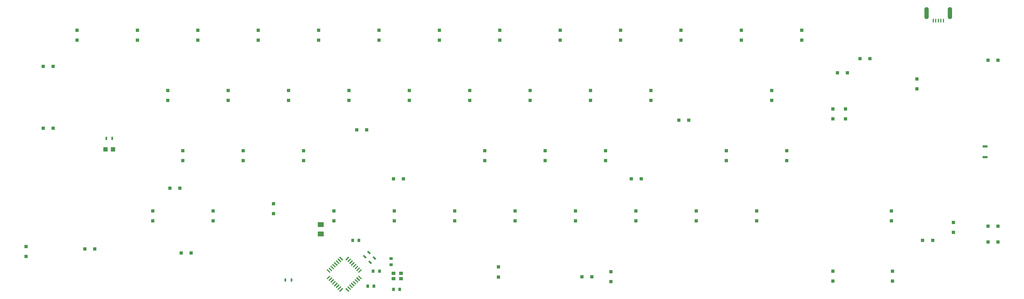
<source format=gbp>
G04 #@! TF.FileFunction,Paste,Bot*
%FSLAX46Y46*%
G04 Gerber Fmt 4.6, Leading zero omitted, Abs format (unit mm)*
G04 Created by KiCad (PCBNEW 4.0.6) date 07/11/19 02:34:24*
%MOMM*%
%LPD*%
G01*
G04 APERTURE LIST*
%ADD10C,0.100000*%
%ADD11R,1.440000X1.440000*%
%ADD12R,1.840000X1.640000*%
%ADD13R,1.240000X1.040000*%
%ADD14R,0.840000X1.090000*%
%ADD15R,1.090000X0.840000*%
%ADD16R,0.540000X1.140000*%
%ADD17R,0.340000X1.240000*%
%ADD18O,1.340000X3.840000*%
%ADD19R,1.540000X0.740000*%
%ADD20R,1.040000X1.040000*%
G04 APERTURE END LIST*
D10*
D11*
X56550000Y-74250000D03*
X58950000Y-74250000D03*
D10*
G36*
X137448894Y-115013325D02*
X137173123Y-115289096D01*
X136225600Y-114341573D01*
X136501371Y-114065802D01*
X137448894Y-115013325D01*
X137448894Y-115013325D01*
G37*
G36*
X136883209Y-115579011D02*
X136607438Y-115854782D01*
X135659915Y-114907259D01*
X135935686Y-114631488D01*
X136883209Y-115579011D01*
X136883209Y-115579011D01*
G37*
G36*
X136317524Y-116144696D02*
X136041753Y-116420467D01*
X135094230Y-115472944D01*
X135370001Y-115197173D01*
X136317524Y-116144696D01*
X136317524Y-116144696D01*
G37*
G36*
X135751838Y-116710382D02*
X135476067Y-116986153D01*
X134528544Y-116038630D01*
X134804315Y-115762859D01*
X135751838Y-116710382D01*
X135751838Y-116710382D01*
G37*
G36*
X135186153Y-117276067D02*
X134910382Y-117551838D01*
X133962859Y-116604315D01*
X134238630Y-116328544D01*
X135186153Y-117276067D01*
X135186153Y-117276067D01*
G37*
G36*
X134620467Y-117841753D02*
X134344696Y-118117524D01*
X133397173Y-117170001D01*
X133672944Y-116894230D01*
X134620467Y-117841753D01*
X134620467Y-117841753D01*
G37*
G36*
X134054782Y-118407438D02*
X133779011Y-118683209D01*
X132831488Y-117735686D01*
X133107259Y-117459915D01*
X134054782Y-118407438D01*
X134054782Y-118407438D01*
G37*
G36*
X133489096Y-118973123D02*
X133213325Y-119248894D01*
X132265802Y-118301371D01*
X132541573Y-118025600D01*
X133489096Y-118973123D01*
X133489096Y-118973123D01*
G37*
G36*
X131509198Y-118301371D02*
X130561675Y-119248894D01*
X130285904Y-118973123D01*
X131233427Y-118025600D01*
X131509198Y-118301371D01*
X131509198Y-118301371D01*
G37*
G36*
X130943512Y-117735686D02*
X129995989Y-118683209D01*
X129720218Y-118407438D01*
X130667741Y-117459915D01*
X130943512Y-117735686D01*
X130943512Y-117735686D01*
G37*
G36*
X130377827Y-117170001D02*
X129430304Y-118117524D01*
X129154533Y-117841753D01*
X130102056Y-116894230D01*
X130377827Y-117170001D01*
X130377827Y-117170001D01*
G37*
G36*
X129812141Y-116604315D02*
X128864618Y-117551838D01*
X128588847Y-117276067D01*
X129536370Y-116328544D01*
X129812141Y-116604315D01*
X129812141Y-116604315D01*
G37*
G36*
X129246456Y-116038630D02*
X128298933Y-116986153D01*
X128023162Y-116710382D01*
X128970685Y-115762859D01*
X129246456Y-116038630D01*
X129246456Y-116038630D01*
G37*
G36*
X128680770Y-115472944D02*
X127733247Y-116420467D01*
X127457476Y-116144696D01*
X128404999Y-115197173D01*
X128680770Y-115472944D01*
X128680770Y-115472944D01*
G37*
G36*
X128115085Y-114907259D02*
X127167562Y-115854782D01*
X126891791Y-115579011D01*
X127839314Y-114631488D01*
X128115085Y-114907259D01*
X128115085Y-114907259D01*
G37*
G36*
X127549400Y-114341573D02*
X126601877Y-115289096D01*
X126326106Y-115013325D01*
X127273629Y-114065802D01*
X127549400Y-114341573D01*
X127549400Y-114341573D01*
G37*
G36*
X127549400Y-113033427D02*
X127273629Y-113309198D01*
X126326106Y-112361675D01*
X126601877Y-112085904D01*
X127549400Y-113033427D01*
X127549400Y-113033427D01*
G37*
G36*
X128115085Y-112467741D02*
X127839314Y-112743512D01*
X126891791Y-111795989D01*
X127167562Y-111520218D01*
X128115085Y-112467741D01*
X128115085Y-112467741D01*
G37*
G36*
X128680770Y-111902056D02*
X128404999Y-112177827D01*
X127457476Y-111230304D01*
X127733247Y-110954533D01*
X128680770Y-111902056D01*
X128680770Y-111902056D01*
G37*
G36*
X129246456Y-111336370D02*
X128970685Y-111612141D01*
X128023162Y-110664618D01*
X128298933Y-110388847D01*
X129246456Y-111336370D01*
X129246456Y-111336370D01*
G37*
G36*
X129812141Y-110770685D02*
X129536370Y-111046456D01*
X128588847Y-110098933D01*
X128864618Y-109823162D01*
X129812141Y-110770685D01*
X129812141Y-110770685D01*
G37*
G36*
X130377827Y-110204999D02*
X130102056Y-110480770D01*
X129154533Y-109533247D01*
X129430304Y-109257476D01*
X130377827Y-110204999D01*
X130377827Y-110204999D01*
G37*
G36*
X130943512Y-109639314D02*
X130667741Y-109915085D01*
X129720218Y-108967562D01*
X129995989Y-108691791D01*
X130943512Y-109639314D01*
X130943512Y-109639314D01*
G37*
G36*
X131509198Y-109073629D02*
X131233427Y-109349400D01*
X130285904Y-108401877D01*
X130561675Y-108126106D01*
X131509198Y-109073629D01*
X131509198Y-109073629D01*
G37*
G36*
X133489096Y-108401877D02*
X132541573Y-109349400D01*
X132265802Y-109073629D01*
X133213325Y-108126106D01*
X133489096Y-108401877D01*
X133489096Y-108401877D01*
G37*
G36*
X134054782Y-108967562D02*
X133107259Y-109915085D01*
X132831488Y-109639314D01*
X133779011Y-108691791D01*
X134054782Y-108967562D01*
X134054782Y-108967562D01*
G37*
G36*
X134620467Y-109533247D02*
X133672944Y-110480770D01*
X133397173Y-110204999D01*
X134344696Y-109257476D01*
X134620467Y-109533247D01*
X134620467Y-109533247D01*
G37*
G36*
X135186153Y-110098933D02*
X134238630Y-111046456D01*
X133962859Y-110770685D01*
X134910382Y-109823162D01*
X135186153Y-110098933D01*
X135186153Y-110098933D01*
G37*
G36*
X135751838Y-110664618D02*
X134804315Y-111612141D01*
X134528544Y-111336370D01*
X135476067Y-110388847D01*
X135751838Y-110664618D01*
X135751838Y-110664618D01*
G37*
G36*
X136317524Y-111230304D02*
X135370001Y-112177827D01*
X135094230Y-111902056D01*
X136041753Y-110954533D01*
X136317524Y-111230304D01*
X136317524Y-111230304D01*
G37*
G36*
X136883209Y-111795989D02*
X135935686Y-112743512D01*
X135659915Y-112467741D01*
X136607438Y-111520218D01*
X136883209Y-111795989D01*
X136883209Y-111795989D01*
G37*
G36*
X137448894Y-112361675D02*
X136501371Y-113309198D01*
X136225600Y-113033427D01*
X137173123Y-112085904D01*
X137448894Y-112361675D01*
X137448894Y-112361675D01*
G37*
D12*
X124500000Y-101000000D03*
X124500000Y-98000000D03*
D13*
X147418750Y-115087500D03*
X149818750Y-115087500D03*
X147418750Y-113387500D03*
X149818750Y-113387500D03*
D14*
X136500000Y-103000000D03*
X134500000Y-103000000D03*
X147368750Y-118487500D03*
X149368750Y-118487500D03*
D15*
X146618750Y-110737500D03*
X146618750Y-108737500D03*
D14*
X139250000Y-117500000D03*
X141250000Y-117500000D03*
X141000000Y-112750000D03*
X143000000Y-112750000D03*
D10*
G36*
X141209619Y-107984279D02*
X142015721Y-108790381D01*
X141633883Y-109172219D01*
X140827781Y-108366117D01*
X141209619Y-107984279D01*
X141209619Y-107984279D01*
G37*
G36*
X139866117Y-109327781D02*
X140672219Y-110133883D01*
X140290381Y-110515721D01*
X139484279Y-109709619D01*
X139866117Y-109327781D01*
X139866117Y-109327781D01*
G37*
G36*
X139459619Y-106234279D02*
X140265721Y-107040381D01*
X139883883Y-107422219D01*
X139077781Y-106616117D01*
X139459619Y-106234279D01*
X139459619Y-106234279D01*
G37*
G36*
X138116117Y-107577781D02*
X138922219Y-108383883D01*
X138540381Y-108765721D01*
X137734279Y-107959619D01*
X138116117Y-107577781D01*
X138116117Y-107577781D01*
G37*
D16*
X115200000Y-115500000D03*
X113300000Y-115500000D03*
X56800000Y-70750000D03*
X58700000Y-70750000D03*
D17*
X317650000Y-33537500D03*
X318450000Y-33537500D03*
X319250000Y-33537500D03*
X320050000Y-33537500D03*
X320850000Y-33537500D03*
D18*
X315600000Y-31137500D03*
X322900000Y-31137500D03*
D19*
X334000000Y-73300000D03*
X334000000Y-76700000D03*
D20*
X216000000Y-112925000D03*
X216000000Y-116075000D03*
X204787500Y-93675000D03*
X204787500Y-96825000D03*
X223837500Y-93675000D03*
X223837500Y-96825000D03*
X214312500Y-74625000D03*
X214312500Y-77775000D03*
X225575000Y-83500000D03*
X222425000Y-83500000D03*
X228600000Y-55575000D03*
X228600000Y-58725000D03*
X238125000Y-36525000D03*
X238125000Y-39675000D03*
X257162500Y-36512500D03*
X257162500Y-39662500D03*
X286000000Y-112725000D03*
X286000000Y-115875000D03*
X242887500Y-93675000D03*
X242887500Y-96825000D03*
X261937500Y-93675000D03*
X261937500Y-96825000D03*
X252412500Y-74625000D03*
X252412500Y-77775000D03*
X271462500Y-74625000D03*
X271462500Y-77775000D03*
X240575000Y-65000000D03*
X237425000Y-65000000D03*
X266700000Y-55575000D03*
X266700000Y-58725000D03*
X276225000Y-36525000D03*
X276225000Y-39675000D03*
X304800000Y-112725000D03*
X304800000Y-115875000D03*
X304500000Y-93675000D03*
X304500000Y-96825000D03*
X317475000Y-103000000D03*
X314325000Y-103000000D03*
X290000000Y-61425000D03*
X290000000Y-64575000D03*
X286000000Y-61425000D03*
X286000000Y-64575000D03*
X290575000Y-50000000D03*
X287425000Y-50000000D03*
X297675000Y-45500000D03*
X294525000Y-45500000D03*
X338075000Y-46000000D03*
X334925000Y-46000000D03*
X31500000Y-104925000D03*
X31500000Y-108075000D03*
X53193750Y-105737500D03*
X50043750Y-105737500D03*
X40075000Y-67500000D03*
X36925000Y-67500000D03*
X80962500Y-74625000D03*
X80962500Y-77775000D03*
X40075000Y-48000000D03*
X36925000Y-48000000D03*
X76200000Y-55575000D03*
X76200000Y-58725000D03*
X47625000Y-36525000D03*
X47625000Y-39675000D03*
X66675000Y-36525000D03*
X66675000Y-39675000D03*
X80037500Y-86500000D03*
X76887500Y-86500000D03*
X71437500Y-93675000D03*
X71437500Y-96825000D03*
X90487500Y-93675000D03*
X90487500Y-96825000D03*
X100012500Y-74625000D03*
X100012500Y-77775000D03*
X95250000Y-55575000D03*
X95250000Y-58725000D03*
X114300000Y-55575000D03*
X114300000Y-58725000D03*
X85725000Y-36525000D03*
X85725000Y-39675000D03*
X104775000Y-36525000D03*
X104775000Y-39675000D03*
X83575000Y-107000000D03*
X80425000Y-107000000D03*
X109537500Y-91425000D03*
X109537500Y-94575000D03*
X119062500Y-74625000D03*
X119062500Y-77775000D03*
X138975000Y-68000000D03*
X135825000Y-68000000D03*
X133350000Y-55575000D03*
X133350000Y-58725000D03*
X152400000Y-55575000D03*
X152400000Y-58725000D03*
X123825000Y-36525000D03*
X123825000Y-39675000D03*
X142875000Y-36525000D03*
X142875000Y-39675000D03*
X180500000Y-111425000D03*
X180500000Y-114575000D03*
X128587500Y-93675000D03*
X128587500Y-96825000D03*
X147637500Y-93675000D03*
X147637500Y-96825000D03*
X150575000Y-83500000D03*
X147425000Y-83500000D03*
X171450000Y-55575000D03*
X171450000Y-58725000D03*
X190500000Y-55575000D03*
X190500000Y-58725000D03*
X161925000Y-36525000D03*
X161925000Y-39675000D03*
X180975000Y-36525000D03*
X180975000Y-39675000D03*
X210000000Y-114500000D03*
X206850000Y-114500000D03*
X166687500Y-93675000D03*
X166687500Y-96825000D03*
X185737500Y-93675000D03*
X185737500Y-96825000D03*
X176212500Y-74625000D03*
X176212500Y-77775000D03*
X195262500Y-74625000D03*
X195262500Y-77775000D03*
X209550000Y-55575000D03*
X209550000Y-58725000D03*
X200025000Y-36525000D03*
X200025000Y-39675000D03*
X219075000Y-36525000D03*
X219075000Y-39675000D03*
X338075000Y-98500000D03*
X334925000Y-98500000D03*
X338075000Y-103500000D03*
X334925000Y-103500000D03*
X312500000Y-51925000D03*
X312500000Y-55075000D03*
X324000000Y-97325000D03*
X324000000Y-100475000D03*
M02*

</source>
